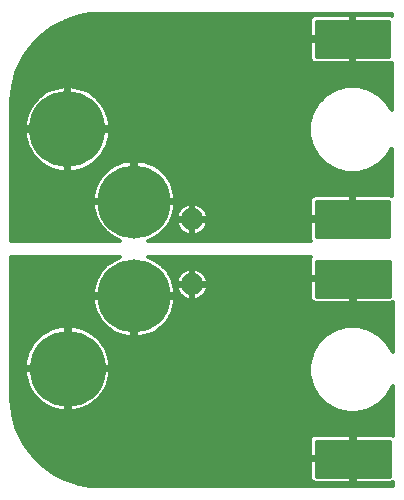
<source format=gtl>
G75*
G70*
%OFA0B0*%
%FSLAX24Y24*%
%IPPOS*%
%LPD*%
%AMOC8*
5,1,8,0,0,1.08239X$1,22.5*
%
%ADD10C,0.0090*%
%ADD11C,0.2540*%
%ADD12C,0.0740*%
%ADD13C,0.2440*%
%ADD14C,0.0120*%
D10*
X010503Y001113D02*
X012953Y001113D01*
X010503Y001113D02*
X010503Y002303D01*
X012953Y002303D01*
X012953Y001113D01*
X012953Y001202D02*
X010503Y001202D01*
X010503Y001291D02*
X012953Y001291D01*
X012953Y001380D02*
X010503Y001380D01*
X010503Y001469D02*
X012953Y001469D01*
X012953Y001558D02*
X010503Y001558D01*
X010503Y001647D02*
X012953Y001647D01*
X012953Y001736D02*
X010503Y001736D01*
X010503Y001825D02*
X012953Y001825D01*
X012953Y001914D02*
X010503Y001914D01*
X010503Y002003D02*
X012953Y002003D01*
X012953Y002092D02*
X010503Y002092D01*
X010503Y002181D02*
X012953Y002181D01*
X012953Y002270D02*
X010503Y002270D01*
X010503Y007113D02*
X012953Y007113D01*
X010503Y007113D02*
X010503Y008303D01*
X012953Y008303D01*
X012953Y007113D01*
X012953Y007202D02*
X010503Y007202D01*
X010503Y007291D02*
X012953Y007291D01*
X012953Y007380D02*
X010503Y007380D01*
X010503Y007469D02*
X012953Y007469D01*
X012953Y007558D02*
X010503Y007558D01*
X010503Y007647D02*
X012953Y007647D01*
X012953Y007736D02*
X010503Y007736D01*
X010503Y007825D02*
X012953Y007825D01*
X012953Y007914D02*
X010503Y007914D01*
X010503Y008003D02*
X012953Y008003D01*
X012953Y008092D02*
X010503Y008092D01*
X010503Y008181D02*
X012953Y008181D01*
X012953Y008270D02*
X010503Y008270D01*
X010493Y009092D02*
X012943Y009092D01*
X010493Y009092D02*
X010493Y010282D01*
X012943Y010282D01*
X012943Y009092D01*
X012943Y009181D02*
X010493Y009181D01*
X010493Y009270D02*
X012943Y009270D01*
X012943Y009359D02*
X010493Y009359D01*
X010493Y009448D02*
X012943Y009448D01*
X012943Y009537D02*
X010493Y009537D01*
X010493Y009626D02*
X012943Y009626D01*
X012943Y009715D02*
X010493Y009715D01*
X010493Y009804D02*
X012943Y009804D01*
X012943Y009893D02*
X010493Y009893D01*
X010493Y009982D02*
X012943Y009982D01*
X012943Y010071D02*
X010493Y010071D01*
X010493Y010160D02*
X012943Y010160D01*
X012943Y010249D02*
X010493Y010249D01*
X010493Y015092D02*
X012943Y015092D01*
X010493Y015092D02*
X010493Y016282D01*
X012943Y016282D01*
X012943Y015092D01*
X012943Y015181D02*
X010493Y015181D01*
X010493Y015270D02*
X012943Y015270D01*
X012943Y015359D02*
X010493Y015359D01*
X010493Y015448D02*
X012943Y015448D01*
X012943Y015537D02*
X010493Y015537D01*
X010493Y015626D02*
X012943Y015626D01*
X012943Y015715D02*
X010493Y015715D01*
X010493Y015804D02*
X012943Y015804D01*
X012943Y015893D02*
X010493Y015893D01*
X010493Y015982D02*
X012943Y015982D01*
X012943Y016071D02*
X010493Y016071D01*
X010493Y016160D02*
X012943Y016160D01*
X012943Y016249D02*
X010493Y016249D01*
D11*
X002218Y012687D03*
X002228Y004708D03*
D12*
X006374Y007519D03*
X006374Y009685D03*
D13*
X004444Y010275D03*
X004444Y007126D03*
D14*
X001417Y001472D02*
X010298Y001472D01*
X010298Y001590D02*
X001284Y001590D01*
X001215Y001652D02*
X000994Y001899D01*
X000803Y002169D01*
X000642Y002459D01*
X000516Y002765D01*
X000424Y003083D01*
X000369Y003409D01*
X000350Y003740D01*
X000350Y008425D01*
X003975Y008425D01*
X003854Y008375D01*
X003734Y008311D01*
X003621Y008235D01*
X003517Y008149D01*
X003421Y008053D01*
X003335Y007949D01*
X003259Y007836D01*
X003195Y007716D01*
X003144Y007591D01*
X003104Y007461D01*
X003078Y007328D01*
X003064Y007193D01*
X003064Y007186D01*
X004384Y007186D01*
X004384Y007066D01*
X003064Y007066D01*
X003064Y007058D01*
X003078Y006923D01*
X003104Y006790D01*
X003144Y006660D01*
X003195Y006535D01*
X003259Y006415D01*
X003335Y006303D01*
X003421Y006198D01*
X003517Y006102D01*
X003621Y006016D01*
X003734Y005940D01*
X003854Y005877D01*
X003979Y005825D01*
X004109Y005785D01*
X004242Y005759D01*
X004377Y005746D01*
X004384Y005746D01*
X004384Y007066D01*
X004504Y007066D01*
X004504Y005746D01*
X004512Y005746D01*
X004647Y005759D01*
X004780Y005785D01*
X004910Y005825D01*
X005035Y005877D01*
X005155Y005940D01*
X005268Y006016D01*
X005372Y006102D01*
X005468Y006198D01*
X005554Y006303D01*
X005630Y006415D01*
X005693Y006535D01*
X005745Y006660D01*
X005785Y006790D01*
X005811Y006923D01*
X005824Y007058D01*
X005824Y007066D01*
X004504Y007066D01*
X004504Y007186D01*
X005824Y007186D01*
X005824Y007193D01*
X005811Y007328D01*
X005785Y007461D01*
X005745Y007591D01*
X005693Y007716D01*
X005630Y007836D01*
X005554Y007949D01*
X005468Y008053D01*
X005372Y008149D01*
X005268Y008235D01*
X005155Y008311D01*
X005035Y008375D01*
X004914Y008425D01*
X010336Y008425D01*
X010312Y008383D01*
X010298Y008330D01*
X010298Y007768D01*
X011668Y007768D01*
X011668Y007648D01*
X011788Y007648D01*
X011788Y006908D01*
X012980Y006908D01*
X013032Y006922D01*
X013067Y006942D01*
X013067Y005255D01*
X012884Y005571D01*
X012615Y005840D01*
X012285Y006030D01*
X011918Y006129D01*
X011538Y006129D01*
X011170Y006030D01*
X010841Y005840D01*
X010572Y005571D01*
X010382Y005242D01*
X010284Y004875D01*
X010284Y004495D01*
X010382Y004127D01*
X010572Y003798D01*
X010841Y003529D01*
X011170Y003339D01*
X011538Y003240D01*
X011918Y003240D01*
X012285Y003339D01*
X012615Y003529D01*
X012884Y003798D01*
X013067Y004115D01*
X013067Y002474D01*
X013032Y002494D01*
X012980Y002508D01*
X011788Y002508D01*
X011788Y001768D01*
X011668Y001768D01*
X011668Y001648D01*
X011788Y001648D01*
X011788Y000908D01*
X012980Y000908D01*
X013032Y000922D01*
X013067Y000942D01*
X013067Y000787D01*
X003303Y000787D01*
X002972Y000806D01*
X002646Y000861D01*
X002328Y000953D01*
X002022Y001079D01*
X001732Y001240D01*
X001462Y001431D01*
X001215Y001652D01*
X001164Y001709D02*
X011668Y001709D01*
X011668Y001768D02*
X010298Y001768D01*
X010298Y002330D01*
X010312Y002383D01*
X010339Y002429D01*
X010377Y002467D01*
X010424Y002494D01*
X010476Y002508D01*
X011668Y002508D01*
X011668Y001768D01*
X011668Y001827D02*
X011788Y001827D01*
X011788Y001946D02*
X011668Y001946D01*
X011668Y002064D02*
X011788Y002064D01*
X011788Y002183D02*
X011668Y002183D01*
X011668Y002301D02*
X011788Y002301D01*
X011788Y002420D02*
X011668Y002420D01*
X011506Y003249D02*
X000396Y003249D01*
X000416Y003131D02*
X013067Y003131D01*
X013067Y003249D02*
X011950Y003249D01*
X012335Y003368D02*
X013067Y003368D01*
X013067Y003486D02*
X012540Y003486D01*
X012690Y003605D02*
X013067Y003605D01*
X013067Y003723D02*
X012809Y003723D01*
X012909Y003842D02*
X013067Y003842D01*
X013067Y003960D02*
X012977Y003960D01*
X013046Y004079D02*
X013067Y004079D01*
X013067Y003012D02*
X000444Y003012D01*
X000479Y002894D02*
X013067Y002894D01*
X013067Y002775D02*
X000513Y002775D01*
X000560Y002657D02*
X013067Y002657D01*
X013067Y002538D02*
X000610Y002538D01*
X000664Y002420D02*
X010333Y002420D01*
X010298Y002301D02*
X000730Y002301D01*
X000795Y002183D02*
X010298Y002183D01*
X010298Y002064D02*
X000877Y002064D01*
X000961Y001946D02*
X010298Y001946D01*
X010298Y001827D02*
X001058Y001827D01*
X001572Y001353D02*
X010298Y001353D01*
X010298Y001235D02*
X001741Y001235D01*
X001955Y001116D02*
X010298Y001116D01*
X010298Y001086D02*
X010312Y001034D01*
X010339Y000987D01*
X010377Y000949D01*
X010424Y000922D01*
X010476Y000908D01*
X011668Y000908D01*
X011668Y001648D01*
X010298Y001648D01*
X010298Y001086D01*
X010333Y000998D02*
X002219Y000998D01*
X002583Y000879D02*
X013067Y000879D01*
X011788Y000998D02*
X011668Y000998D01*
X011668Y001116D02*
X011788Y001116D01*
X011788Y001235D02*
X011668Y001235D01*
X011668Y001353D02*
X011788Y001353D01*
X011788Y001472D02*
X011668Y001472D01*
X011668Y001590D02*
X011788Y001590D01*
X011121Y003368D02*
X002728Y003368D01*
X002710Y003360D02*
X002840Y003414D01*
X002964Y003480D01*
X003081Y003558D01*
X003189Y003647D01*
X003289Y003747D01*
X003378Y003855D01*
X003456Y003972D01*
X003522Y004096D01*
X003576Y004226D01*
X003617Y004360D01*
X003644Y004498D01*
X003658Y004638D01*
X003658Y004648D01*
X002288Y004648D01*
X002288Y003278D01*
X002298Y003278D01*
X002438Y003292D01*
X002576Y003319D01*
X002710Y003360D01*
X002973Y003486D02*
X010916Y003486D01*
X010766Y003605D02*
X003137Y003605D01*
X003265Y003723D02*
X010647Y003723D01*
X010547Y003842D02*
X003367Y003842D01*
X003448Y003960D02*
X010479Y003960D01*
X010410Y004079D02*
X003513Y004079D01*
X003564Y004197D02*
X010363Y004197D01*
X010332Y004316D02*
X003603Y004316D01*
X003631Y004434D02*
X010300Y004434D01*
X010284Y004553D02*
X003650Y004553D01*
X003658Y004768D02*
X003658Y004779D01*
X003644Y004918D01*
X003617Y005056D01*
X003576Y005191D01*
X003522Y005320D01*
X003456Y005444D01*
X003378Y005561D01*
X003289Y005670D01*
X003189Y005769D01*
X003081Y005858D01*
X002964Y005936D01*
X002840Y006003D01*
X002710Y006056D01*
X002576Y006097D01*
X002438Y006124D01*
X002298Y006138D01*
X002288Y006138D01*
X002288Y004768D01*
X003658Y004768D01*
X003657Y004790D02*
X010284Y004790D01*
X010293Y004908D02*
X003645Y004908D01*
X003623Y005027D02*
X010324Y005027D01*
X010356Y005145D02*
X003590Y005145D01*
X003546Y005264D02*
X010394Y005264D01*
X010463Y005382D02*
X003489Y005382D01*
X003418Y005501D02*
X010531Y005501D01*
X010620Y005619D02*
X003330Y005619D01*
X003221Y005738D02*
X010738Y005738D01*
X010868Y005856D02*
X004986Y005856D01*
X005206Y005975D02*
X011074Y005975D01*
X011404Y006093D02*
X005362Y006093D01*
X005480Y006212D02*
X013067Y006212D01*
X013067Y006330D02*
X005573Y006330D01*
X005647Y006449D02*
X013067Y006449D01*
X013067Y006567D02*
X005707Y006567D01*
X005753Y006686D02*
X013067Y006686D01*
X013067Y006804D02*
X005788Y006804D01*
X005811Y006923D02*
X010423Y006923D01*
X010424Y006922D02*
X010476Y006908D01*
X011668Y006908D01*
X011668Y007648D01*
X010298Y007648D01*
X010298Y007086D01*
X010312Y007034D01*
X010339Y006987D01*
X010377Y006949D01*
X010424Y006922D01*
X010310Y007041D02*
X006602Y007041D01*
X006577Y007028D02*
X006651Y007066D01*
X006719Y007115D01*
X006778Y007174D01*
X006827Y007242D01*
X006865Y007316D01*
X006891Y007395D01*
X006904Y007478D01*
X006904Y007479D01*
X006414Y007479D01*
X006414Y007559D01*
X006904Y007559D01*
X006904Y007561D01*
X006891Y007643D01*
X006865Y007723D01*
X006827Y007797D01*
X006778Y007865D01*
X006719Y007924D01*
X006651Y007973D01*
X006577Y008010D01*
X006498Y008036D01*
X006415Y008049D01*
X006414Y008049D01*
X006414Y007559D01*
X006334Y007559D01*
X006334Y007479D01*
X006414Y007479D01*
X006414Y006989D01*
X006415Y006989D01*
X006498Y007002D01*
X006577Y007028D01*
X006763Y007160D02*
X010298Y007160D01*
X010298Y007278D02*
X006846Y007278D01*
X006891Y007397D02*
X010298Y007397D01*
X010298Y007515D02*
X006414Y007515D01*
X006334Y007515D02*
X005768Y007515D01*
X005844Y007479D02*
X005844Y007478D01*
X005857Y007395D01*
X005882Y007316D01*
X005920Y007242D01*
X005969Y007174D01*
X006028Y007115D01*
X006096Y007066D01*
X006170Y007028D01*
X006250Y007002D01*
X006332Y006989D01*
X006334Y006989D01*
X006334Y007479D01*
X005844Y007479D01*
X005844Y007559D02*
X006334Y007559D01*
X006334Y008049D01*
X006332Y008049D01*
X006250Y008036D01*
X006170Y008010D01*
X006096Y007973D01*
X006028Y007924D01*
X005969Y007865D01*
X005920Y007797D01*
X005882Y007723D01*
X005857Y007643D01*
X005844Y007561D01*
X005844Y007559D01*
X005855Y007634D02*
X005728Y007634D01*
X005674Y007752D02*
X005897Y007752D01*
X005975Y007871D02*
X005606Y007871D01*
X005521Y007989D02*
X006128Y007989D01*
X006334Y007989D02*
X006414Y007989D01*
X006414Y007871D02*
X006334Y007871D01*
X006334Y007752D02*
X006414Y007752D01*
X006414Y007634D02*
X006334Y007634D01*
X006334Y007397D02*
X006414Y007397D01*
X006414Y007278D02*
X006334Y007278D01*
X006334Y007160D02*
X006414Y007160D01*
X006414Y007041D02*
X006334Y007041D01*
X006145Y007041D02*
X005823Y007041D01*
X005984Y007160D02*
X004504Y007160D01*
X004504Y007041D02*
X004384Y007041D01*
X004384Y006923D02*
X004504Y006923D01*
X004504Y006804D02*
X004384Y006804D01*
X004384Y006686D02*
X004504Y006686D01*
X004504Y006567D02*
X004384Y006567D01*
X004384Y006449D02*
X004504Y006449D01*
X004504Y006330D02*
X004384Y006330D01*
X004384Y006212D02*
X004504Y006212D01*
X004504Y006093D02*
X004384Y006093D01*
X004384Y005975D02*
X004504Y005975D01*
X004504Y005856D02*
X004384Y005856D01*
X003903Y005856D02*
X003084Y005856D01*
X002893Y005975D02*
X003683Y005975D01*
X003527Y006093D02*
X002589Y006093D01*
X002288Y006093D02*
X002168Y006093D01*
X002168Y006138D02*
X002158Y006138D01*
X002018Y006124D01*
X001880Y006097D01*
X001746Y006056D01*
X001616Y006003D01*
X001492Y005936D01*
X001375Y005858D01*
X001266Y005769D01*
X001167Y005670D01*
X001078Y005561D01*
X001000Y005444D01*
X000934Y005320D01*
X000880Y005191D01*
X000839Y005056D01*
X000812Y004918D01*
X000798Y004779D01*
X000798Y004768D01*
X002168Y004768D01*
X002168Y004648D01*
X002288Y004648D01*
X002288Y004768D01*
X002168Y004768D01*
X002168Y006138D01*
X002168Y005975D02*
X002288Y005975D01*
X002288Y005856D02*
X002168Y005856D01*
X002168Y005738D02*
X002288Y005738D01*
X002288Y005619D02*
X002168Y005619D01*
X002168Y005501D02*
X002288Y005501D01*
X002288Y005382D02*
X002168Y005382D01*
X002168Y005264D02*
X002288Y005264D01*
X002288Y005145D02*
X002168Y005145D01*
X002168Y005027D02*
X002288Y005027D01*
X002288Y004908D02*
X002168Y004908D01*
X002168Y004790D02*
X002288Y004790D01*
X002288Y004671D02*
X010284Y004671D01*
X012052Y006093D02*
X013067Y006093D01*
X013067Y005975D02*
X012382Y005975D01*
X012588Y005856D02*
X013067Y005856D01*
X013067Y005738D02*
X012718Y005738D01*
X012836Y005619D02*
X013067Y005619D01*
X013067Y005501D02*
X012925Y005501D01*
X012993Y005382D02*
X013067Y005382D01*
X013061Y005264D02*
X013067Y005264D01*
X013033Y006923D02*
X013067Y006923D01*
X011788Y006923D02*
X011668Y006923D01*
X011668Y007041D02*
X011788Y007041D01*
X011788Y007160D02*
X011668Y007160D01*
X011668Y007278D02*
X011788Y007278D01*
X011788Y007397D02*
X011668Y007397D01*
X011668Y007515D02*
X011788Y007515D01*
X011788Y007634D02*
X011668Y007634D01*
X011668Y007752D02*
X006850Y007752D01*
X006892Y007634D02*
X010298Y007634D01*
X010298Y007871D02*
X006772Y007871D01*
X006619Y007989D02*
X010298Y007989D01*
X010298Y008108D02*
X005414Y008108D01*
X005279Y008226D02*
X010298Y008226D01*
X010302Y008345D02*
X005091Y008345D01*
X004914Y008976D02*
X005035Y009026D01*
X005155Y009090D01*
X005268Y009165D01*
X005372Y009251D01*
X005468Y009347D01*
X005554Y009452D01*
X005630Y009565D01*
X005693Y009684D01*
X005745Y009810D01*
X005785Y009939D01*
X005811Y010072D01*
X005824Y010207D01*
X005824Y010215D01*
X004504Y010215D01*
X004504Y010335D01*
X004384Y010335D01*
X004384Y010215D01*
X003064Y010215D01*
X003064Y010207D01*
X003078Y010072D01*
X003104Y009939D01*
X003144Y009810D01*
X003195Y009684D01*
X003259Y009565D01*
X003335Y009452D01*
X003421Y009347D01*
X003517Y009251D01*
X003621Y009165D01*
X003734Y009090D01*
X003854Y009026D01*
X003975Y008976D01*
X000350Y008976D01*
X000350Y013582D01*
X000369Y013913D01*
X000424Y014239D01*
X000516Y014558D01*
X000642Y014863D01*
X000803Y015153D01*
X000994Y015423D01*
X001215Y015670D01*
X001462Y015891D01*
X001732Y016082D01*
X002022Y016243D01*
X002328Y016369D01*
X002646Y016461D01*
X002972Y016516D01*
X003303Y016535D01*
X013027Y016535D01*
X013027Y016470D01*
X013022Y016473D01*
X012970Y016487D01*
X011778Y016487D01*
X011778Y015747D01*
X011658Y015747D01*
X011658Y016487D01*
X010466Y016487D01*
X010414Y016473D01*
X010367Y016446D01*
X010329Y016408D01*
X010302Y016361D01*
X010288Y016309D01*
X010288Y015747D01*
X011658Y015747D01*
X011658Y015627D01*
X010288Y015627D01*
X010288Y015064D01*
X010302Y015012D01*
X010329Y014966D01*
X010367Y014928D01*
X010414Y014901D01*
X010466Y014887D01*
X011658Y014887D01*
X011658Y015627D01*
X011778Y015627D01*
X011778Y014887D01*
X012970Y014887D01*
X013022Y014901D01*
X013027Y014903D01*
X013027Y013315D01*
X012884Y013564D01*
X012615Y013832D01*
X012285Y014023D01*
X011918Y014121D01*
X011538Y014121D01*
X011170Y014023D01*
X010841Y013832D01*
X010572Y013564D01*
X010382Y013234D01*
X010284Y012867D01*
X010284Y012487D01*
X010382Y012119D01*
X010572Y011790D01*
X010841Y011521D01*
X011170Y011331D01*
X011538Y011233D01*
X011918Y011233D01*
X012285Y011331D01*
X012615Y011521D01*
X012884Y011790D01*
X013027Y012039D01*
X013027Y010470D01*
X013022Y010473D01*
X012970Y010487D01*
X011778Y010487D01*
X011778Y009747D01*
X011658Y009747D01*
X011658Y010487D01*
X010466Y010487D01*
X010414Y010473D01*
X010367Y010446D01*
X010329Y010408D01*
X010302Y010361D01*
X010288Y010309D01*
X010288Y009747D01*
X011658Y009747D01*
X011658Y009627D01*
X010288Y009627D01*
X010288Y009064D01*
X010302Y009012D01*
X010323Y008976D01*
X004914Y008976D01*
X005090Y009056D02*
X010291Y009056D01*
X010288Y009174D02*
X006517Y009174D01*
X006498Y009168D02*
X006577Y009193D01*
X006651Y009231D01*
X006719Y009280D01*
X006778Y009339D01*
X006827Y009407D01*
X006865Y009481D01*
X006891Y009561D01*
X006904Y009643D01*
X006904Y009645D01*
X006414Y009645D01*
X006414Y009725D01*
X006334Y009725D01*
X006334Y010215D01*
X006332Y010215D01*
X006250Y010202D01*
X006170Y010176D01*
X006096Y010138D01*
X006028Y010089D01*
X005969Y010030D01*
X005920Y009962D01*
X005882Y009888D01*
X005857Y009809D01*
X005844Y009726D01*
X005844Y009725D01*
X006334Y009725D01*
X006334Y009645D01*
X005844Y009645D01*
X005844Y009643D01*
X005857Y009561D01*
X005882Y009481D01*
X005920Y009407D01*
X005969Y009339D01*
X006028Y009280D01*
X006096Y009231D01*
X006170Y009193D01*
X006250Y009168D01*
X006332Y009155D01*
X006334Y009155D01*
X006334Y009645D01*
X006414Y009645D01*
X006414Y009155D01*
X006415Y009155D01*
X006498Y009168D01*
X006414Y009174D02*
X006334Y009174D01*
X006230Y009174D02*
X005278Y009174D01*
X005413Y009293D02*
X006016Y009293D01*
X005918Y009411D02*
X005521Y009411D01*
X005606Y009530D02*
X005867Y009530D01*
X005674Y009648D02*
X006334Y009648D01*
X006414Y009648D02*
X011658Y009648D01*
X011658Y009767D02*
X011778Y009767D01*
X011778Y009885D02*
X011658Y009885D01*
X011658Y010004D02*
X011778Y010004D01*
X011778Y010122D02*
X011658Y010122D01*
X011658Y010241D02*
X011778Y010241D01*
X011778Y010359D02*
X011658Y010359D01*
X011658Y010478D02*
X011778Y010478D01*
X012196Y011307D02*
X013027Y011307D01*
X013027Y011189D02*
X005480Y011189D01*
X005468Y011203D02*
X005372Y011299D01*
X005268Y011385D01*
X005155Y011460D01*
X005035Y011524D01*
X004910Y011576D01*
X004780Y011615D01*
X004647Y011642D01*
X004512Y011655D01*
X004504Y011655D01*
X004504Y010335D01*
X005824Y010335D01*
X005824Y010343D01*
X005811Y010478D01*
X005785Y010611D01*
X005745Y010741D01*
X005693Y010866D01*
X005630Y010986D01*
X005554Y011098D01*
X005468Y011203D01*
X005363Y011307D02*
X011260Y011307D01*
X011007Y011426D02*
X005207Y011426D01*
X004987Y011544D02*
X010818Y011544D01*
X010700Y011663D02*
X003216Y011663D01*
X003180Y011626D02*
X003279Y011725D01*
X003368Y011834D01*
X003446Y011951D01*
X003512Y012074D01*
X003566Y012204D01*
X003607Y012339D01*
X003634Y012477D01*
X003648Y012616D01*
X003648Y012627D01*
X002278Y012627D01*
X002278Y012747D01*
X002158Y012747D01*
X002158Y014117D01*
X002148Y014117D01*
X002008Y014103D01*
X001870Y014075D01*
X001736Y014035D01*
X001606Y013981D01*
X001482Y013915D01*
X001365Y013837D01*
X001257Y013747D01*
X001157Y013648D01*
X001068Y013539D01*
X000990Y013423D01*
X000924Y013299D01*
X000870Y013169D01*
X000829Y013034D01*
X000802Y012897D01*
X000788Y012757D01*
X000788Y012747D01*
X002158Y012747D01*
X002158Y012627D01*
X000788Y012627D01*
X000788Y012616D01*
X000802Y012477D01*
X000829Y012339D01*
X000870Y012204D01*
X000924Y012074D01*
X000990Y011951D01*
X001068Y011834D01*
X001157Y011725D01*
X001257Y011626D01*
X001365Y011537D01*
X001482Y011459D01*
X001606Y011392D01*
X001736Y011339D01*
X001870Y011298D01*
X002008Y011270D01*
X002148Y011257D01*
X002158Y011257D01*
X002158Y012627D01*
X002278Y012627D01*
X002278Y011257D01*
X002288Y011257D01*
X002428Y011270D01*
X002566Y011298D01*
X002700Y011339D01*
X002830Y011392D01*
X002954Y011459D01*
X003071Y011537D01*
X003180Y011626D01*
X003080Y011544D02*
X003902Y011544D01*
X003854Y011524D02*
X003979Y011576D01*
X004109Y011615D01*
X004242Y011642D01*
X004377Y011655D01*
X004384Y011655D01*
X004384Y010335D01*
X003064Y010335D01*
X003064Y010343D01*
X003078Y010478D01*
X003104Y010611D01*
X003144Y010741D01*
X003195Y010866D01*
X003259Y010986D01*
X003335Y011098D01*
X003421Y011203D01*
X003517Y011299D01*
X003621Y011385D01*
X003734Y011460D01*
X003854Y011524D01*
X003682Y011426D02*
X002892Y011426D01*
X002596Y011307D02*
X003526Y011307D01*
X003409Y011189D02*
X000350Y011189D01*
X000350Y011307D02*
X001840Y011307D01*
X002158Y011307D02*
X002278Y011307D01*
X002278Y011426D02*
X002158Y011426D01*
X002158Y011544D02*
X002278Y011544D01*
X002278Y011663D02*
X002158Y011663D01*
X002158Y011781D02*
X002278Y011781D01*
X002278Y011900D02*
X002158Y011900D01*
X002158Y012018D02*
X002278Y012018D01*
X002278Y012137D02*
X002158Y012137D01*
X002158Y012255D02*
X002278Y012255D01*
X002278Y012374D02*
X002158Y012374D01*
X002158Y012492D02*
X002278Y012492D01*
X002278Y012611D02*
X002158Y012611D01*
X002158Y012729D02*
X000350Y012729D01*
X000350Y012611D02*
X000789Y012611D01*
X000800Y012492D02*
X000350Y012492D01*
X000350Y012374D02*
X000822Y012374D01*
X000855Y012255D02*
X000350Y012255D01*
X000350Y012137D02*
X000898Y012137D01*
X000954Y012018D02*
X000350Y012018D01*
X000350Y011900D02*
X001024Y011900D01*
X001111Y011781D02*
X000350Y011781D01*
X000350Y011663D02*
X001220Y011663D01*
X001356Y011544D02*
X000350Y011544D01*
X000350Y011426D02*
X001544Y011426D01*
X000350Y011070D02*
X003316Y011070D01*
X003241Y010952D02*
X000350Y010952D01*
X000350Y010833D02*
X003182Y010833D01*
X003136Y010715D02*
X000350Y010715D01*
X000350Y010596D02*
X003101Y010596D01*
X003078Y010478D02*
X000350Y010478D01*
X000350Y010359D02*
X003066Y010359D01*
X003073Y010122D02*
X000350Y010122D01*
X000350Y010004D02*
X003091Y010004D01*
X003121Y009885D02*
X000350Y009885D01*
X000350Y009767D02*
X003161Y009767D01*
X003215Y009648D02*
X000350Y009648D01*
X000350Y009530D02*
X003283Y009530D01*
X003368Y009411D02*
X000350Y009411D01*
X000350Y009293D02*
X003476Y009293D01*
X003611Y009174D02*
X000350Y009174D01*
X000350Y009056D02*
X003799Y009056D01*
X003797Y008345D02*
X000350Y008345D01*
X000350Y008226D02*
X003610Y008226D01*
X003475Y008108D02*
X000350Y008108D01*
X000350Y007989D02*
X003368Y007989D01*
X003283Y007871D02*
X000350Y007871D01*
X000350Y007752D02*
X003215Y007752D01*
X003161Y007634D02*
X000350Y007634D01*
X000350Y007515D02*
X003121Y007515D01*
X003091Y007397D02*
X000350Y007397D01*
X000350Y007278D02*
X003073Y007278D01*
X003066Y007041D02*
X000350Y007041D01*
X000350Y006923D02*
X003078Y006923D01*
X003101Y006804D02*
X000350Y006804D01*
X000350Y006686D02*
X003136Y006686D01*
X003182Y006567D02*
X000350Y006567D01*
X000350Y006449D02*
X003242Y006449D01*
X003316Y006330D02*
X000350Y006330D01*
X000350Y006212D02*
X003409Y006212D01*
X004384Y007160D02*
X000350Y007160D01*
X000350Y006093D02*
X001867Y006093D01*
X001563Y005975D02*
X000350Y005975D01*
X000350Y005856D02*
X001372Y005856D01*
X001235Y005738D02*
X000350Y005738D01*
X000350Y005619D02*
X001125Y005619D01*
X001037Y005501D02*
X000350Y005501D01*
X000350Y005382D02*
X000967Y005382D01*
X000910Y005264D02*
X000350Y005264D01*
X000350Y005145D02*
X000866Y005145D01*
X000833Y005027D02*
X000350Y005027D01*
X000350Y004908D02*
X000811Y004908D01*
X000799Y004790D02*
X000350Y004790D01*
X000350Y004671D02*
X002168Y004671D01*
X002168Y004648D02*
X000798Y004648D01*
X000798Y004638D01*
X000812Y004498D01*
X000839Y004360D01*
X000880Y004226D01*
X000934Y004096D01*
X001000Y003972D01*
X001078Y003855D01*
X001167Y003747D01*
X001266Y003647D01*
X001375Y003558D01*
X001492Y003480D01*
X001616Y003414D01*
X001746Y003360D01*
X001880Y003319D01*
X002018Y003292D01*
X002158Y003278D01*
X002168Y003278D01*
X002168Y004648D01*
X002168Y004553D02*
X002288Y004553D01*
X002288Y004434D02*
X002168Y004434D01*
X002168Y004316D02*
X002288Y004316D01*
X002288Y004197D02*
X002168Y004197D01*
X002168Y004079D02*
X002288Y004079D01*
X002288Y003960D02*
X002168Y003960D01*
X002168Y003842D02*
X002288Y003842D01*
X002288Y003723D02*
X002168Y003723D01*
X002168Y003605D02*
X002288Y003605D01*
X002288Y003486D02*
X002168Y003486D01*
X002168Y003368D02*
X002288Y003368D01*
X001728Y003368D02*
X000376Y003368D01*
X000364Y003486D02*
X001483Y003486D01*
X001319Y003605D02*
X000358Y003605D01*
X000351Y003723D02*
X001191Y003723D01*
X001089Y003842D02*
X000350Y003842D01*
X000350Y003960D02*
X001008Y003960D01*
X000943Y004079D02*
X000350Y004079D01*
X000350Y004197D02*
X000892Y004197D01*
X000853Y004316D02*
X000350Y004316D01*
X000350Y004434D02*
X000824Y004434D01*
X000806Y004553D02*
X000350Y004553D01*
X000350Y010241D02*
X004384Y010241D01*
X004384Y010359D02*
X004504Y010359D01*
X004504Y010241D02*
X010288Y010241D01*
X010302Y010359D02*
X005823Y010359D01*
X005811Y010478D02*
X010432Y010478D01*
X010288Y010122D02*
X006673Y010122D01*
X006651Y010138D02*
X006577Y010176D01*
X006498Y010202D01*
X006415Y010215D01*
X006414Y010215D01*
X006414Y009725D01*
X006904Y009725D01*
X006904Y009726D01*
X006891Y009809D01*
X006865Y009888D01*
X006827Y009962D01*
X006778Y010030D01*
X006719Y010089D01*
X006651Y010138D01*
X006797Y010004D02*
X010288Y010004D01*
X010288Y009885D02*
X006866Y009885D01*
X006897Y009767D02*
X010288Y009767D01*
X010288Y009530D02*
X006880Y009530D01*
X006829Y009411D02*
X010288Y009411D01*
X010288Y009293D02*
X006731Y009293D01*
X006414Y009293D02*
X006334Y009293D01*
X006334Y009411D02*
X006414Y009411D01*
X006414Y009530D02*
X006334Y009530D01*
X006334Y009767D02*
X006414Y009767D01*
X006414Y009885D02*
X006334Y009885D01*
X006334Y010004D02*
X006414Y010004D01*
X006414Y010122D02*
X006334Y010122D01*
X006074Y010122D02*
X005816Y010122D01*
X005797Y010004D02*
X005950Y010004D01*
X005881Y009885D02*
X005768Y009885D01*
X005727Y009767D02*
X005850Y009767D01*
X005788Y010596D02*
X013027Y010596D01*
X013027Y010478D02*
X013004Y010478D01*
X013027Y010715D02*
X005753Y010715D01*
X005707Y010833D02*
X013027Y010833D01*
X013027Y010952D02*
X005648Y010952D01*
X005573Y011070D02*
X013027Y011070D01*
X013027Y011426D02*
X012449Y011426D01*
X012638Y011544D02*
X013027Y011544D01*
X013027Y011663D02*
X012756Y011663D01*
X012875Y011781D02*
X013027Y011781D01*
X013027Y011900D02*
X012947Y011900D01*
X013015Y012018D02*
X013027Y012018D01*
X013023Y013322D02*
X013027Y013322D01*
X013027Y013440D02*
X012955Y013440D01*
X012887Y013559D02*
X013027Y013559D01*
X013027Y013677D02*
X012770Y013677D01*
X012652Y013796D02*
X013027Y013796D01*
X013027Y013914D02*
X012473Y013914D01*
X012248Y014033D02*
X013027Y014033D01*
X013027Y014151D02*
X000409Y014151D01*
X000389Y014033D02*
X001731Y014033D01*
X001481Y013914D02*
X000369Y013914D01*
X000362Y013796D02*
X001315Y013796D01*
X001186Y013677D02*
X000355Y013677D01*
X000350Y013559D02*
X001084Y013559D01*
X001002Y013440D02*
X000350Y013440D01*
X000350Y013322D02*
X000936Y013322D01*
X000884Y013203D02*
X000350Y013203D01*
X000350Y013085D02*
X000844Y013085D01*
X000816Y012966D02*
X000350Y012966D01*
X000350Y012848D02*
X000797Y012848D01*
X000433Y014270D02*
X013027Y014270D01*
X013027Y014388D02*
X000467Y014388D01*
X000501Y014507D02*
X013027Y014507D01*
X013027Y014625D02*
X000544Y014625D01*
X000593Y014744D02*
X013027Y014744D01*
X013027Y014862D02*
X000642Y014862D01*
X000707Y014981D02*
X010320Y014981D01*
X010288Y015099D02*
X000773Y015099D01*
X000848Y015218D02*
X010288Y015218D01*
X010288Y015336D02*
X000932Y015336D01*
X001022Y015455D02*
X010288Y015455D01*
X010288Y015573D02*
X001128Y015573D01*
X001239Y015692D02*
X011658Y015692D01*
X011658Y015810D02*
X011778Y015810D01*
X011778Y015929D02*
X011658Y015929D01*
X011658Y016047D02*
X011778Y016047D01*
X011778Y016166D02*
X011658Y016166D01*
X011658Y016284D02*
X011778Y016284D01*
X011778Y016403D02*
X011658Y016403D01*
X011658Y015573D02*
X011778Y015573D01*
X011778Y015455D02*
X011658Y015455D01*
X011658Y015336D02*
X011778Y015336D01*
X011778Y015218D02*
X011658Y015218D01*
X011658Y015099D02*
X011778Y015099D01*
X011778Y014981D02*
X011658Y014981D01*
X011208Y014033D02*
X002706Y014033D01*
X002700Y014035D02*
X002566Y014075D01*
X002428Y014103D01*
X002288Y014117D01*
X002278Y014117D01*
X002278Y012747D01*
X003648Y012747D01*
X003648Y012757D01*
X003634Y012897D01*
X003607Y013034D01*
X003566Y013169D01*
X003512Y013299D01*
X003446Y013423D01*
X003368Y013539D01*
X003279Y013648D01*
X003180Y013747D01*
X003071Y013837D01*
X002954Y013915D01*
X002830Y013981D01*
X002700Y014035D01*
X002955Y013914D02*
X010982Y013914D01*
X010804Y013796D02*
X003121Y013796D01*
X003250Y013677D02*
X010686Y013677D01*
X010569Y013559D02*
X003352Y013559D01*
X003435Y013440D02*
X010501Y013440D01*
X010433Y013322D02*
X003500Y013322D01*
X003552Y013203D02*
X010374Y013203D01*
X010342Y013085D02*
X003592Y013085D01*
X003621Y012966D02*
X010310Y012966D01*
X010284Y012848D02*
X003639Y012848D01*
X003648Y012611D02*
X010284Y012611D01*
X010284Y012729D02*
X002278Y012729D01*
X002278Y012848D02*
X002158Y012848D01*
X002158Y012966D02*
X002278Y012966D01*
X002278Y013085D02*
X002158Y013085D01*
X002158Y013203D02*
X002278Y013203D01*
X002278Y013322D02*
X002158Y013322D01*
X002158Y013440D02*
X002278Y013440D01*
X002278Y013559D02*
X002158Y013559D01*
X002158Y013677D02*
X002278Y013677D01*
X002278Y013796D02*
X002158Y013796D01*
X002158Y013914D02*
X002278Y013914D01*
X002278Y014033D02*
X002158Y014033D01*
X001371Y015810D02*
X010288Y015810D01*
X010288Y015929D02*
X001515Y015929D01*
X001682Y016047D02*
X010288Y016047D01*
X010288Y016166D02*
X001882Y016166D01*
X002122Y016284D02*
X010288Y016284D01*
X010326Y016403D02*
X002443Y016403D01*
X003053Y016521D02*
X013027Y016521D01*
X010284Y012492D02*
X003636Y012492D01*
X003614Y012374D02*
X010314Y012374D01*
X010346Y012255D02*
X003582Y012255D01*
X003538Y012137D02*
X010378Y012137D01*
X010441Y012018D02*
X003482Y012018D01*
X003412Y011900D02*
X010509Y011900D01*
X010581Y011781D02*
X003325Y011781D01*
X004384Y011544D02*
X004504Y011544D01*
X004504Y011426D02*
X004384Y011426D01*
X004384Y011307D02*
X004504Y011307D01*
X004504Y011189D02*
X004384Y011189D01*
X004384Y011070D02*
X004504Y011070D01*
X004504Y010952D02*
X004384Y010952D01*
X004384Y010833D02*
X004504Y010833D01*
X004504Y010715D02*
X004384Y010715D01*
X004384Y010596D02*
X004504Y010596D01*
X004504Y010478D02*
X004384Y010478D01*
X005798Y007397D02*
X005856Y007397D01*
X005816Y007278D02*
X005902Y007278D01*
M02*

</source>
